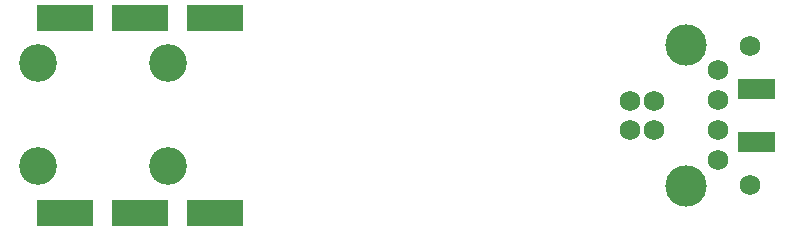
<source format=gbs>
G04*
G04 #@! TF.GenerationSoftware,Altium Limited,Altium Designer,23.3.1 (30)*
G04*
G04 Layer_Color=16711935*
%FSLAX44Y44*%
%MOMM*%
G71*
G04*
G04 #@! TF.SameCoordinates,CDB4EB09-7802-4DFF-8E47-A9092604CAE6*
G04*
G04*
G04 #@! TF.FilePolarity,Negative*
G04*
G01*
G75*
%ADD31R,4.7032X2.2032*%
%ADD33R,1.7027X1.7027*%
%ADD35C,3.5032*%
%ADD36C,1.7272*%
%ADD37C,3.2032*%
D31*
X179502Y182340D02*
D03*
X116002D02*
D03*
X52502D02*
D03*
X179502Y17240D02*
D03*
X116002D02*
D03*
X52502D02*
D03*
D33*
X630716Y123018D02*
D03*
Y78060D02*
D03*
X644703Y123018D02*
D03*
Y78060D02*
D03*
D35*
X577891Y40254D02*
D03*
X577891Y160254D02*
D03*
D36*
X605240Y138504D02*
D03*
X605240Y113104D02*
D03*
X605240Y87704D02*
D03*
Y62304D02*
D03*
X632240Y41754D02*
D03*
Y158754D02*
D03*
X550791Y112754D02*
D03*
X550791Y87754D02*
D03*
X530791Y87754D02*
D03*
X530791Y112754D02*
D03*
D37*
X29080Y144500D02*
D03*
Y57000D02*
D03*
X139080D02*
D03*
Y144500D02*
D03*
M02*

</source>
